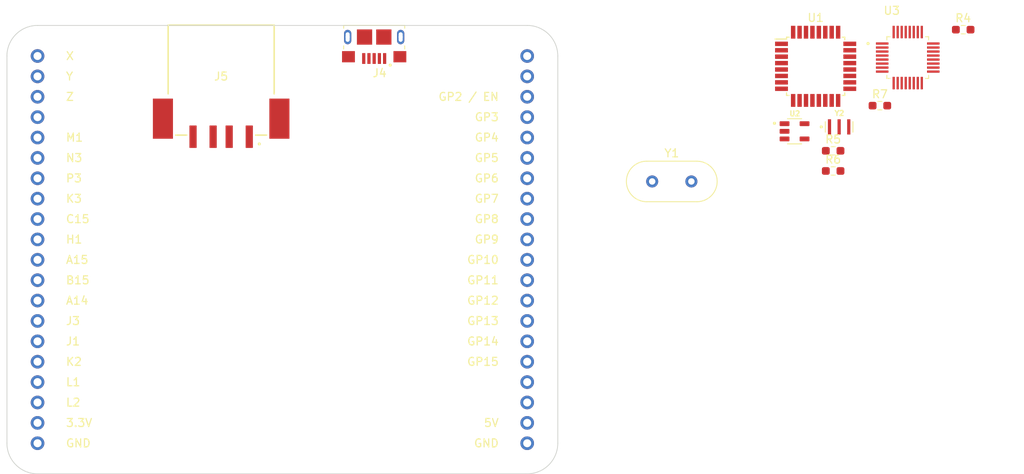
<source format=kicad_pcb>
(kicad_pcb (version 20211014) (generator pcbnew)
  (layers (0 "F.Cu" signal) (31 "B.Cu" signal) (34 "B.Paste" user) (35 "F.Paste" user) (36 "B.SilkS" user "B.Silkscreen") (37 "F.SilkS" user "F.Silkscreen") (38 "B.Mask" user) (39 "F.Mask" user) (44 "Edge.Cuts" user))
  (net 0 "")
  (net 1 "GND")
  (net 20 "3.3V")
  (net 21 "5V")
  (net 40 "VBUS_COMP")
  (net 41 "Net-(J4-Pad2)")
  (net 42 "Net-(J4-Pad3)")
  (net 44 "Net-(J4-PadS1)")
  (net 45 "VUSB")
  (net 46 "Net-(J5-Pad02)")
  (net 47 "Net-(J5-Pad03)")
  (net 48 "Net-(J5-PadS1)")
  (net 49 "D_MINUS")
  (net 50 "D_PLUS")
  (net 53 "VCC")
  (net 54 "Net-(U1-Pad7)")
  (net 55 "Net-(U1-Pad8)")
  (net 59 "H_RESN")
  (net 61 "H_SS")
  (net 62 "H_MOSI")
  (net 63 "H_MISO")
  (net 64 "H_SCK")
  (net 74 "AVR_RESET")
  (net 78 "VUSB_ON")
  (net 79 "FLAG")
  (net 88 "H_GPX")
  (net 89 "H_INT")
  (net 90 "X1")
  (net 91 "X0")
  (footprint "shield_rsrc:FCI_10118193-0001LF" (layer "F.Cu") (at 92.71 62.4078 180)
    (fp_text reference "J4" (at -0.67941 -4.48892) (layer "F.SilkS"))
    (fp_text value "10118193-0001LF")
    (fp_line (start -3.8 -1.5) (end -3.8 -1.1) (layer "F.SilkS") (width 0.127))
    (fp_line (start 3.8 1.1) (end 3.8 1.4) (layer "F.SilkS") (width 0.127))
    (fp_line (start -3.8 1.45) (end 3.8 1.45) (layer "F.SilkS") (width 0.127))
    (fp_line (start -3.8 1.1) (end -3.8 1.4) (layer "F.SilkS") (width 0.127))
    (fp_line (start 3.8 -1.1) (end 3.8 -1.5) (layer "F.SilkS") (width 0.127))
    (fp_circle (center -2 -3.5) (end -1.9 -3.5) (layer "F.SilkS") (width 0.2) (fill none))
    (pad "" np_thru_hole circle (at 3.3 0 180) (size 0.5 0.5) (drill 0.5) (layers *.Cu *.Mask))
    (pad "" np_thru_hole circle (at -3.3 0 180) (size 0.5 0.5) (drill 0.5) (layers *.Cu *.Mask))
    (pad "1" smd rect (at -1.3 -2.675 180) (size 0.4 1.35) (layers "F.Cu" "F.Paste" "F.Mask") (net 40 "VBUS_COMP"))
    (pad "2" smd rect (at -0.65 -2.675 180) (size 0.4 1.35) (layers "F.Cu" "F.Paste" "F.Mask") (net 41 "Net-(J4-Pad2)"))
    (pad "3" smd rect (at 0 -2.675 180) (size 0.4 1.35) (layers "F.Cu" "F.Paste" "F.Mask") (net 42 "Net-(J4-Pad3)"))
    (pad "4" smd rect (at 0.65 -2.675 180) (size 0.4 1.35) (layers "F.Cu" "F.Paste" "F.Mask"))
    (pad "5" smd rect (at 1.3 -2.675 180) (size 0.4 1.35) (layers "F.Cu" "F.Paste" "F.Mask") (net 1 "GND"))
    (pad "S1" smd rect (at -3.2 -2.45 180) (size 1.6 1.4) (layers "F.Cu" "F.Paste" "F.Mask") (net 44 "Net-(J4-PadS1)"))
    (pad "S2" smd rect (at 3.2 -2.45 180) (size 1.6 1.4) (layers "F.Cu" "F.Paste" "F.Mask") (net 44 "Net-(J4-PadS1)"))
    (pad "S3" smd rect (at 1.2 0 180) (size 1.9 1.9) (layers "F.Cu" "F.Paste" "F.Mask") (net 44 "Net-(J4-PadS1)"))
    (pad "S4" smd rect (at -1.2 0 180) (size 1.9 1.9) (layers "F.Cu" "F.Paste" "F.Mask") (net 44 "Net-(J4-PadS1)"))
    (pad "S5" thru_hole oval (at -3.3 0 180) (size 0.9 1.8) (drill oval 0.5 1.2) (layers *.Cu *.Mask) (net 44 "Net-(J4-PadS1)"))
    (pad "S6" thru_hole oval (at 3.3 0 180) (size 0.9 1.8) (drill oval 0.5 1.2) (layers *.Cu *.Mask) (net 44 "Net-(J4-PadS1)"))
  )
  (footprint "Package_QFP:TQFP-32_7x7mm_P0.8mm" (layer "F.Cu") (at 147.67 66.055)
    (fp_text reference "U1" (at 0 -6.05) (layer "F.SilkS"))
    (fp_text value "ATmega328P-A")
    (fp_line (start -3.625 3.625) (end -3.3 3.625) (layer "F.SilkS") (width 0.15))
    (fp_line (start -3.625 -3.4) (end -5.05 -3.4) (layer "F.SilkS") (width 0.15))
    (fp_line (start 3.625 3.625) (end 3.625 3.3) (layer "F.SilkS") (width 0.15))
    (fp_line (start -3.625 3.625) (end -3.625 3.3) (layer "F.SilkS") (width 0.15))
    (fp_line (start 3.625 -3.625) (end 3.625 -3.3) (layer "F.SilkS") (width 0.15))
    (fp_line (start -3.625 -3.625) (end -3.625 -3.4) (layer "F.SilkS") (width 0.15))
    (fp_line (start 3.625 3.625) (end 3.3 3.625) (layer "F.SilkS") (width 0.15))
    (fp_line (start 3.625 -3.625) (end 3.3 -3.625) (layer "F.SilkS") (width 0.15))
    (fp_line (start -3.625 -3.625) (end -3.3 -3.625) (layer "F.SilkS") (width 0.15))
    (pad "1" smd rect (at -4.25 -2.8) (size 1.6 0.55) (layers "F.Cu" "F.Paste" "F.Mask"))
    (pad "2" smd rect (at -4.25 -2) (size 1.6 0.55) (layers "F.Cu" "F.Paste" "F.Mask"))
    (pad "3" smd rect (at -4.25 -1.2) (size 1.6 0.55) (layers "F.Cu" "F.Paste" "F.Mask") (net 1 "GND"))
    (pad "4" smd rect (at -4.25 -0.4) (size 1.6 0.55) (layers "F.Cu" "F.Paste" "F.Mask") (net 53 "VCC"))
    (pad "5" smd rect (at -4.25 0.4) (size 1.6 0.55) (layers "F.Cu" "F.Paste" "F.Mask") (net 1 "GND"))
    (pad "6" smd rect (at -4.25 1.2) (size 1.6 0.55) (layers "F.Cu" "F.Paste" "F.Mask") (net 53 "VCC"))
    (pad "7" smd rect (at -4.25 2) (size 1.6 0.55) (layers "F.Cu" "F.Paste" "F.Mask") (net 54 "Net-(U1-Pad7)"))
    (pad "8" smd rect (at -4.25 2.8) (size 1.6 0.55) (layers "F.Cu" "F.Paste" "F.Mask") (net 55 "Net-(U1-Pad8)"))
    (pad "9" smd rect (at -2.8 4.25 90) (size 1.6 0.55) (layers "F.Cu" "F.Paste" "F.Mask"))
    (pad "10" smd rect (at -2 4.25 90) (size 1.6 0.55) (layers "F.Cu" "F.Paste" "F.Mask"))
    (pad "11" smd rect (at -1.2 4.25 90) (size 1.6 0.55) (layers "F.Cu" "F.Paste" "F.Mask"))
    (pad "12" smd rect (at -0.4 4.25 90) (size 1.6 0.55) (layers "F.Cu" "F.Paste" "F.Mask") (net 59 "H_RESN"))
    (pad "13" smd rect (at 0.4 4.25 90) (size 1.6 0.55) (layers "F.Cu" "F.Paste" "F.Mask"))
    (pad "14" smd rect (at 1.2 4.25 90) (size 1.6 0.55) (layers "F.Cu" "F.Paste" "F.Mask") (net 61 "H_SS"))
    (pad "15" smd rect (at 2 4.25 90) (size 1.6 0.55) (layers "F.Cu" "F.Paste" "F.Mask") (net 62 "H_MOSI"))
    (pad "16" smd rect (at 2.8 4.25 90) (size 1.6 0.55) (layers "F.Cu" "F.Paste" "F.Mask") (net 63 "H_MISO"))
    (pad "17" smd rect (at 4.25 2.8) (size 1.6 0.55) (layers "F.Cu" "F.Paste" "F.Mask") (net 64 "H_SCK"))
    (pad "18" smd rect (at 4.25 2) (size 1.6 0.55) (layers "F.Cu" "F.Paste" "F.Mask") (net 53 "VCC"))
    (pad "19" smd rect (at 4.25 1.2) (size 1.6 0.55) (layers "F.Cu" "F.Paste" "F.Mask"))
    (pad "20" smd rect (at 4.25 0.4) (size 1.6 0.55) (layers "F.Cu" "F.Paste" "F.Mask"))
    (pad "21" smd rect (at 4.25 -0.4) (size 1.6 0.55) (layers "F.Cu" "F.Paste" "F.Mask") (net 1 "GND"))
    (pad "22" smd rect (at 4.25 -1.2) (size 1.6 0.55) (layers "F.Cu" "F.Paste" "F.Mask"))
    (pad "23" smd rect (at 4.25 -2) (size 1.6 0.55) (layers "F.Cu" "F.Paste" "F.Mask"))
    (pad "24" smd rect (at 4.25 -2.8) (size 1.6 0.55) (layers "F.Cu" "F.Paste" "F.Mask"))
    (pad "25" smd rect (at 2.8 -4.25 90) (size 1.6 0.55) (layers "F.Cu" "F.Paste" "F.Mask"))
    (pad "26" smd rect (at 2 -4.25 90) (size 1.6 0.55) (layers "F.Cu" "F.Paste" "F.Mask"))
    (pad "27" smd rect (at 1.2 -4.25 90) (size 1.6 0.55) (layers "F.Cu" "F.Paste" "F.Mask"))
    (pad "28" smd rect (at 0.4 -4.25 90) (size 1.6 0.55) (layers "F.Cu" "F.Paste" "F.Mask"))
    (pad "29" smd rect (at -0.4 -4.25 90) (size 1.6 0.55) (layers "F.Cu" "F.Paste" "F.Mask") (net 74 "AVR_RESET"))
    (pad "30" smd rect (at -1.2 -4.25 90) (size 1.6 0.55) (layers "F.Cu" "F.Paste" "F.Mask"))
    (pad "31" smd rect (at -2 -4.25 90) (size 1.6 0.55) (layers "F.Cu" "F.Paste" "F.Mask"))
    (pad "32" smd rect (at -2.8 -4.25 90) (size 1.6 0.55) (layers "F.Cu" "F.Paste" "F.Mask"))
  )
  (footprint "Connector_PinHeader_2.54mm:PinHeader_1x20_P2.54mm_Vertical" (layer "F.Cu") (at 50.8 113.03 180)
    (fp_text reference "J1")
    (fp_text value "Conn_01x20")
    (pad "1" thru_hole circle (at 0 0 180) (size 1.7 1.7) (drill 1) (layers *.Cu *.Mask) (net 1 "GND"))
    (pad "2" thru_hole oval (at 0 2.54 180) (size 1.7 1.7) (drill 1) (layers *.Cu *.Mask) (net 20 "3.3V"))
    (pad "3" thru_hole oval (at 0 5.08 180) (size 1.7 1.7) (drill 1) (layers *.Cu *.Mask))
    (pad "4" thru_hole oval (at 0 7.62 180) (size 1.7 1.7) (drill 1) (layers *.Cu *.Mask))
    (pad "5" thru_hole oval (at 0 10.16 180) (size 1.7 1.7) (drill 1) (layers *.Cu *.Mask))
    (pad "6" thru_hole oval (at 0 12.7 180) (size 1.7 1.7) (drill 1) (layers *.Cu *.Mask))
    (pad "7" thru_hole oval (at 0 15.24 180) (size 1.7 1.7) (drill 1) (layers *.Cu *.Mask))
    (pad "8" thru_hole oval (at 0 17.78 180) (size 1.7 1.7) (drill 1) (layers *.Cu *.Mask))
    (pad "9" thru_hole oval (at 0 20.32 180) (size 1.7 1.7) (drill 1) (layers *.Cu *.Mask))
    (pad "10" thru_hole oval (at 0 22.86 180) (size 1.7 1.7) (drill 1) (layers *.Cu *.Mask))
    (pad "11" thru_hole oval (at 0 25.4 180) (size 1.7 1.7) (drill 1) (layers *.Cu *.Mask))
    (pad "12" thru_hole oval (at 0 27.94 180) (size 1.7 1.7) (drill 1) (layers *.Cu *.Mask))
    (pad "13" thru_hole oval (at 0 30.48 180) (size 1.7 1.7) (drill 1) (layers *.Cu *.Mask))
    (pad "14" thru_hole oval (at 0 33.02 180) (size 1.7 1.7) (drill 1) (layers *.Cu *.Mask))
    (pad "15" thru_hole oval (at 0 35.56 180) (size 1.7 1.7) (drill 1) (layers *.Cu *.Mask))
    (pad "16" thru_hole oval (at 0 38.1 180) (size 1.7 1.7) (drill 1) (layers *.Cu *.Mask))
    (pad "17" thru_hole oval (at 0 40.64 180) (size 1.7 1.7) (drill 1) (layers *.Cu *.Mask))
    (pad "18" thru_hole oval (at 0 43.18 180) (size 1.7 1.7) (drill 1) (layers *.Cu *.Mask))
    (pad "19" thru_hole oval (at 0 45.72 180) (size 1.7 1.7) (drill 1) (layers *.Cu *.Mask))
    (pad "20" thru_hole oval (at 0 48.26 180) (size 1.7 1.7) (drill 1) (layers *.Cu *.Mask))
  )
  (footprint "shield_rsrc:QFP50P700X700X120-32N" (layer "F.Cu") (at 159.135 64.965)
    (fp_text reference "U3" (at -1.985 -5.845) (layer "F.SilkS"))
    (fp_text value "MAX3421EEHJ+T")
    (fp_line (start 2.6 2.6) (end 2.21 2.6) (layer "F.SilkS") (width 0.127))
    (fp_line (start 2.6 2.6) (end 2.6 2.21) (layer "F.SilkS") (width 0.127))
    (fp_line (start 2.6 -2.6) (end 2.21 -2.6) (layer "F.SilkS") (width 0.127))
    (fp_line (start -2.6 -2.6) (end -2.6 -2.21) (layer "F.SilkS") (width 0.127))
    (fp_line (start -2.6 -2.6) (end -2.21 -2.6) (layer "F.SilkS") (width 0.127))
    (fp_line (start -2.6 2.6) (end -2.6 2.21) (layer "F.SilkS") (width 0.127))
    (fp_line (start -2.6 2.6) (end -2.21 2.6) (layer "F.SilkS") (width 0.127))
    (fp_line (start 2.6 -2.6) (end 2.6 -2.21) (layer "F.SilkS") (width 0.127))
    (fp_circle (center -4.94 -1.75) (end -4.84 -1.75) (layer "F.SilkS") (width 0.2) (fill none))
    (pad "1" smd roundrect (at -3.18 -1.75) (size 1.56 0.28) (layers "F.Cu" "F.Paste" "F.Mask") (roundrect_rratio 0.04))
    (pad "2" smd roundrect (at -3.18 -1.25) (size 1.56 0.28) (layers "F.Cu" "F.Paste" "F.Mask") (roundrect_rratio 0.04) (net 53 "VCC"))
    (pad "3" smd roundrect (at -3.18 -0.75) (size 1.56 0.28) (layers "F.Cu" "F.Paste" "F.Mask") (roundrect_rratio 0.04) (net 1 "GND"))
    (pad "4" smd roundrect (at -3.18 -0.25) (size 1.56 0.28) (layers "F.Cu" "F.Paste" "F.Mask") (roundrect_rratio 0.04))
    (pad "5" smd roundrect (at -3.18 0.25) (size 1.56 0.28) (layers "F.Cu" "F.Paste" "F.Mask") (roundrect_rratio 0.04))
    (pad "6" smd roundrect (at -3.18 0.75) (size 1.56 0.28) (layers "F.Cu" "F.Paste" "F.Mask") (roundrect_rratio 0.04))
    (pad "7" smd roundrect (at -3.18 1.25) (size 1.56 0.28) (layers "F.Cu" "F.Paste" "F.Mask") (roundrect_rratio 0.04))
    (pad "8" smd roundrect (at -3.18 1.75) (size 1.56 0.28) (layers "F.Cu" "F.Paste" "F.Mask") (roundrect_rratio 0.04))
    (pad "9" smd roundrect (at -1.75 3.18 90) (size 1.56 0.28) (layers "F.Cu" "F.Paste" "F.Mask") (roundrect_rratio 0.04))
    (pad "10" smd roundrect (at -1.25 3.18 90) (size 1.56 0.28) (layers "F.Cu" "F.Paste" "F.Mask") (roundrect_rratio 0.04))
    (pad "11" smd roundrect (at -0.75 3.18 90) (size 1.56 0.28) (layers "F.Cu" "F.Paste" "F.Mask") (roundrect_rratio 0.04) (net 78 "VUSB_ON"))
    (pad "12" smd roundrect (at -0.25 3.18 90) (size 1.56 0.28) (layers "F.Cu" "F.Paste" "F.Mask") (roundrect_rratio 0.04) (net 59 "H_RESN"))
    (pad "13" smd roundrect (at 0.25 3.18 90) (size 1.56 0.28) (layers "F.Cu" "F.Paste" "F.Mask") (roundrect_rratio 0.04) (net 64 "H_SCK"))
    (pad "14" smd roundrect (at 0.75 3.18 90) (size 1.56 0.28) (layers "F.Cu" "F.Paste" "F.Mask") (roundrect_rratio 0.04) (net 61 "H_SS"))
    (pad "15" smd roundrect (at 1.25 3.18 90) (size 1.56 0.28) (layers "F.Cu" "F.Paste" "F.Mask") (roundrect_rratio 0.04) (net 63 "H_MISO"))
    (pad "16" smd roundrect (at 1.75 3.18 90) (size 1.56 0.28) (layers "F.Cu" "F.Paste" "F.Mask") (roundrect_rratio 0.04) (net 62 "H_MOSI"))
    (pad "17" smd roundrect (at 3.18 1.75) (size 1.56 0.28) (layers "F.Cu" "F.Paste" "F.Mask") (roundrect_rratio 0.04) (net 88 "H_GPX"))
    (pad "18" smd roundrect (at 3.18 1.25) (size 1.56 0.28) (layers "F.Cu" "F.Paste" "F.Mask") (roundrect_rratio 0.04) (net 89 "H_INT"))
    (pad "19" smd roundrect (at 3.18 0.75) (size 1.56 0.28) (layers "F.Cu" "F.Paste" "F.Mask") (roundrect_rratio 0.04) (net 1 "GND"))
    (pad "20" smd roundrect (at 3.18 0.25) (size 1.56 0.28) (layers "F.Cu" "F.Paste" "F.Mask") (roundrect_rratio 0.04) (net 49 "D_MINUS"))
    (pad "21" smd roundrect (at 3.18 -0.25) (size 1.56 0.28) (layers "F.Cu" "F.Paste" "F.Mask") (roundrect_rratio 0.04) (net 50 "D_PLUS"))
    (pad "22" smd roundrect (at 3.18 -0.75) (size 1.56 0.28) (layers "F.Cu" "F.Paste" "F.Mask") (roundrect_rratio 0.04) (net 40 "VBUS_COMP"))
    (pad "23" smd roundrect (at 3.18 -1.25) (size 1.56 0.28) (layers "F.Cu" "F.Paste" "F.Mask") (roundrect_rratio 0.04) (net 53 "VCC"))
    (pad "24" smd roundrect (at 3.18 -1.75) (size 1.56 0.28) (layers "F.Cu" "F.Paste" "F.Mask") (roundrect_rratio 0.04) (net 90 "X1"))
    (pad "25" smd roundrect (at 1.75 -3.18 90) (size 1.56 0.28) (layers "F.Cu" "F.Paste" "F.Mask") (roundrect_rratio 0.04) (net 91 "X0"))
    (pad "26" smd roundrect (at 1.25 -3.18 90) (size 1.56 0.28) (layers "F.Cu" "F.Paste" "F.Mask") (roundrect_rratio 0.04) (net 79 "FLAG"))
    (pad "27" smd roundrect (at 0.75 -3.18 90) (size 1.56 0.28) (layers "F.Cu" "F.Paste" "F.Mask") (roundrect_rratio 0.04))
    (pad "28" smd roundrect (at 0.25 -3.18 90) (size 1.56 0.28) (layers "F.Cu" "F.Paste" "F.Mask") (roundrect_rratio 0.04))
    (pad "29" smd roundrect (at -0.25 -3.18 90) (size 1.56 0.28) (layers "F.Cu" "F.Paste" "F.Mask") (roundrect_rratio 0.04))
    (pad "30" smd roundrect (at -0.75 -3.18 90) (size 1.56 0.28) (layers "F.Cu" "F.Paste" "F.Mask") (roundrect_rratio 0.04))
    (pad "31" smd roundrect (at -1.25 -3.18 90) (size 1.56 0.28) (layers "F.Cu" "F.Paste" "F.Mask") (roundrect_rratio 0.04))
    (pad "32" smd roundrect (at -1.75 -3.18 90) (size 1.56 0.28) (layers "F.Cu" "F.Paste" "F.Mask") (roundrect_rratio 0.04))
  )
  (footprint "Connector_PinHeader_2.54mm:PinHeader_1x20_P2.54mm_Vertical" (layer "F.Cu") (at 111.76 113.03 180)
    (fp_text reference "J2")
    (fp_text value "Conn_01x20")
    (pad "1" thru_hole circle (at -0.000003 0 180) (size 1.7 1.7) (drill 1) (layers *.Cu *.Mask) (net 1 "GND"))
    (pad "2" thru_hole oval (at 0 2.54 180) (size 1.7 1.7) (drill 1) (layers *.Cu *.Mask) (net 21 "5V"))
    (pad "3" thru_hole oval (at 0 5.08 180) (size 1.7 1.7) (drill 1) (layers *.Cu *.Mask))
    (pad "4" thru_hole oval (at 0 7.62 180) (size 1.7 1.7) (drill 1) (layers *.Cu *.Mask))
    (pad "5" thru_hole oval (at 0 10.16 180) (size 1.7 1.7) (drill 1) (layers *.Cu *.Mask))
    (pad "6" thru_hole oval (at 0 12.7 180) (size 1.7 1.7) (drill 1) (layers *.Cu *.Mask))
    (pad "7" thru_hole oval (at 0 15.24 180) (size 1.7 1.7) (drill 1) (layers *.Cu *.Mask))
    (pad "8" thru_hole oval (at 0 17.78 180) (size 1.7 1.7) (drill 1) (layers *.Cu *.Mask))
    (pad "9" thru_hole oval (at 0 20.32 180) (size 1.7 1.7) (drill 1) (layers *.Cu *.Mask))
    (pad "10" thru_hole oval (at 0 22.86 180) (size 1.7 1.7) (drill 1) (layers *.Cu *.Mask))
    (pad "11" thru_hole oval (at 0 25.4 180) (size 1.7 1.7) (drill 1) (layers *.Cu *.Mask))
    (pad "12" thru_hole oval (at 0 27.94 180) (size 1.7 1.7) (drill 1) (layers *.Cu *.Mask))
    (pad "13" thru_hole oval (at 0 30.48 180) (size 1.7 1.7) (drill 1) (layers *.Cu *.Mask))
    (pad "14" thru_hole oval (at 0 33.02 180) (size 1.7 1.7) (drill 1) (layers *.Cu *.Mask))
    (pad "15" thru_hole oval (at 0 35.56 180) (size 1.7 1.7) (drill 1) (layers *.Cu *.Mask))
    (pad "16" thru_hole oval (at 0 38.1 180) (size 1.7 1.7) (drill 1) (layers *.Cu *.Mask))
    (pad "17" thru_hole oval (at 0 40.64 180) (size 1.7 1.7) (drill 1) (layers *.Cu *.Mask))
    (pad "18" thru_hole oval (at 0 43.18 180) (size 1.7 1.7) (drill 1) (layers *.Cu *.Mask))
    (pad "19" thru_hole oval (at 0 45.72 180) (size 1.7 1.7) (drill 1) (layers *.Cu *.Mask))
    (pad "20" thru_hole oval (at 0 48.26 180) (size 1.7 1.7) (drill 1) (layers *.Cu *.Mask))
  )
  (footprint "Resistor_SMD:R_0603_1608Metric_Pad0.98x0.95mm_HandSolder" (layer "F.Cu") (at 166.04 61.485)
    (fp_text reference "R4" (at 0 -1.43) (layer "F.SilkS"))
    (fp_text value "33R")
    (fp_line (start -0.254724 -0.5225) (end 0.254724 -0.5225) (layer "F.SilkS") (width 0.12))
    (fp_line (start -0.254724 0.5225) (end 0.254724 0.5225) (layer "F.SilkS") (width 0.12))
    (pad "1" smd roundrect (at -0.9125 0) (size 0.975 0.95) (layers "F.Cu" "F.Paste" "F.Mask") (net 49 "D_MINUS"))
    (pad "2" smd roundrect (at 0.9125 0) (size 0.975 0.95) (layers "F.Cu" "F.Paste" "F.Mask") (net 46 "Net-(J5-Pad02)"))
  )
  (footprint "Resistor_SMD:R_0603_1608Metric_Pad0.98x0.95mm_HandSolder" (layer "F.Cu") (at 155.67 70.955)
    (fp_text reference "R7" (at 0 -1.43) (layer "F.SilkS"))
    (fp_text value "33R")
    (fp_line (start -0.254724 0.5225) (end 0.254724 0.5225) (layer "F.SilkS") (width 0.12))
    (fp_line (start -0.254724 -0.5225) (end 0.254724 -0.5225) (layer "F.SilkS") (width 0.12))
    (pad "1" smd roundrect (at -0.9125 0) (size 0.975 0.95) (layers "F.Cu" "F.Paste" "F.Mask") (net 50 "D_PLUS"))
    (pad "2" smd roundrect (at 0.9125 0) (size 0.975 0.95) (layers "F.Cu" "F.Paste" "F.Mask") (net 42 "Net-(J4-Pad3)"))
  )
  (footprint "Crystal:Crystal_HC49-U_Vertical" (layer "F.Cu") (at 127.32 80.405)
    (fp_text reference "Y1" (at 2.44 -3.525) (layer "F.SilkS"))
    (fp_text value "Crystal")
    (fp_line (start -0.685 2.525) (end 5.565 2.525) (layer "F.SilkS") (width 0.12))
    (fp_line (start -0.685 -2.525) (end 5.565 -2.525) (layer "F.SilkS") (width 0.12))
    (fp_arc (start -0.685 2.525) (mid -3.21 0) (end -0.685 -2.525) (layer "F.SilkS") (width 0.12))
    (fp_arc (start 5.565 -2.525) (mid 8.09 0) (end 5.565 2.525) (layer "F.SilkS") (width 0.12))
    (pad "1" thru_hole circle (at 0 0) (size 1.5 1.5) (drill 0.8) (layers *.Cu *.Mask) (net 55 "Net-(U1-Pad8)"))
    (pad "2" thru_hole circle (at 4.88 0) (size 1.5 1.5) (drill 0.8) (layers *.Cu *.Mask) (net 54 "Net-(U1-Pad7)"))
  )
  (footprint "shield_rsrc:OSC_CSTNE12M0G550000R0" (layer "F.Cu") (at 150.595 73.605)
    (fp_text reference "Y2" (at 0.032 -1.7064) (layer "F.SilkS") (effects (font (size 0.64 0.64))))
    (fp_text value "CSTNE12M0G550000R0")
    (fp_line (start -1.72 -0.65) (end -1.72 0.65) (layer "F.SilkS") (width 0.127))
    (fp_line (start 1.72 -0.65) (end 1.72 0.65) (layer "F.SilkS") (width 0.127))
    (fp_circle (center -2.22 0) (end -2.12 0) (layer "F.SilkS") (width 0.2) (fill none))
    (pad "1" smd rect (at -1.2 0) (size 0.4 1.9) (layers "F.Cu" "F.Paste" "F.Mask") (net 90 "X1"))
    (pad "2" smd rect (at 0 0) (size 0.4 1.9) (layers "F.Cu" "F.Paste" "F.Mask") (net 1 "GND"))
    (pad "3" smd rect (at 1.2 0) (size 0.4 1.9) (layers "F.Cu" "F.Paste" "F.Mask") (net 91 "X0"))
  )
  (footprint "shield_rsrc:SOT95P280X145-5N" (layer "F.Cu") (at 145.045 74.155)
    (fp_text reference "U2" (at 0.032 -2.2064) (layer "F.SilkS") (effects (font (size 0.64 0.64))))
    (fp_text value "MAX4793EUKT")
    (fp_line (start -0.88 1.57) (end 0.88 1.57) (layer "F.SilkS") (width 0.127))
    (fp_line (start -0.88 -1.57) (end 0.88 -1.57) (layer "F.SilkS") (width 0.127))
    (fp_circle (center -2.5 -1) (end -2.4 -1) (layer "F.SilkS") (width 0.2) (fill none))
    (pad "1" smd roundrect (at -1.245 -0.95) (size 1.22 0.6) (layers "F.Cu" "F.Paste" "F.Mask") (roundrect_rratio 0.15) (net 21 "5V"))
    (pad "2" smd roundrect (at -1.245 0) (size 1.22 0.6) (layers "F.Cu" "F.Paste" "F.Mask") (roundrect_rratio 0.15) (net 1 "GND"))
    (pad "3" smd roundrect (at -1.245 0.95) (size 1.22 0.6) (layers "F.Cu" "F.Paste" "F.Mask") (roundrect_rratio 0.15) (net 78 "VUSB_ON"))
    (pad "4" smd roundrect (at 1.245 0.95) (size 1.22 0.6) (layers "F.Cu" "F.Paste" "F.Mask") (roundrect_rratio 0.15) (net 79 "FLAG"))
    (pad "5" smd roundrect (at 1.245 -0.95) (size 1.22 0.6) (layers "F.Cu" "F.Paste" "F.Mask") (roundrect_rratio 0.15) (net 45 "VUSB"))
  )
  (footprint "Resistor_SMD:R_0603_1608Metric_Pad0.98x0.95mm_HandSolder" (layer "F.Cu") (at 149.85 79.095)
    (fp_text reference "R6" (at 0 -1.43) (layer "F.SilkS"))
    (fp_text value "33R")
    (fp_line (start -0.254724 0.5225) (end 0.254724 0.5225) (layer "F.SilkS") (width 0.12))
    (fp_line (start -0.254724 -0.5225) (end 0.254724 -0.5225) (layer "F.SilkS") (width 0.12))
    (pad "1" smd roundrect (at -0.9125 0) (size 0.975 0.95) (layers "F.Cu" "F.Paste" "F.Mask") (net 49 "D_MINUS"))
    (pad "2" smd roundrect (at 0.9125 0) (size 0.975 0.95) (layers "F.Cu" "F.Paste" "F.Mask") (net 41 "Net-(J4-Pad2)"))
  )
  (footprint "Resistor_SMD:R_0603_1608Metric_Pad0.98x0.95mm_HandSolder" (layer "F.Cu") (at 149.85 76.585)
    (fp_text reference "R5" (at 0 -1.43) (layer "F.SilkS"))
    (fp_text value "33R")
    (fp_line (start -0.254724 -0.5225) (end 0.254724 -0.5225) (layer "F.SilkS") (width 0.12))
    (fp_line (start -0.254724 0.5225) (end 0.254724 0.5225) (layer "F.SilkS") (width 0.12))
    (pad "1" smd roundrect (at -0.9125 0) (size 0.975 0.95) (layers "F.Cu" "F.Paste" "F.Mask") (net 50 "D_PLUS"))
    (pad "2" smd roundrect (at 0.9125 0) (size 0.975 0.95) (layers "F.Cu" "F.Paste" "F.Mask") (net 47 "Net-(J5-Pad03)"))
  )
  (footprint "shield_rsrc:SAMTEC_USB-A-S-X-X-SM2" (layer "F.Cu") (at 73.66 70.98 180)
    (fp_text reference "J5" (at 0 3.67) (layer "F.SilkS"))
    (fp_text value "USB-A-S-X-X-SM2")
    (fp_line (start -5.65 -3.65) (end -4.3 -3.65) (layer "F.SilkS") (width 0.2))
    (fp_line (start -6.6 10.05) (end -6.6 1.5) (layer "F.SilkS") (width 0.2))
    (fp_line (start 4.3 -3.65) (end 5.65 -3.65) (layer "F.SilkS") (width 0.2))
    (fp_line (start 6.6 10.05) (end -6.6 10.05) (layer "F.SilkS") (width 0.2))
    (fp_line (start 6.6 1.5) (end 6.6 10.05) (layer "F.SilkS") (width 0.2))
    (fp_circle (center -4.75 -4.75) (end -4.65 -4.75) (layer "F.SilkS") (width 0.2) (fill none))
    (pad "" np_thru_hole circle (at -2.5 0 180) (size 1.3 1.3) (drill 1.3) (layers *.Cu *.Mask))
    (pad "" np_thru_hole circle (at 2.5 0 180) (size 1.3 1.3) (drill 1.3) (layers *.Cu *.Mask))
    (pad "01" smd roundrect (at -3.5 -3.85 180) (size 0.9 2.8) (layers "F.Cu" "F.Paste" "F.Mask") (roundrect_rratio 0.06) (net 45 "VUSB"))
    (pad "02" smd roundrect (at -1 -3.85 180) (size 0.9 2.8) (layers "F.Cu" "F.Paste" "F.Mask") (roundrect_rratio 0.06) (net 46 "Net-(J5-Pad02)"))
    (pad "03" smd roundrect (at 1 -3.85 180) (size 0.9 2.8) (layers "F.Cu" "F.Paste" "F.Mask") (roundrect_rratio 0.06) (net 47 "Net-(J5-Pad03)"))
    (pad "04" smd roundrect (at 3.5 -3.85 180) (size 0.9 2.8) (layers "F.Cu" "F.Paste" "F.Mask") (roundrect_rratio 0.06) (net 1 "GND"))
    (pad "S1" smd rect (at -7.25 -1.6 180) (size 2.5 5) (layers "F.Cu" "F.Paste" "F.Mask") (net 48 "Net-(J5-PadS1)"))
    (pad "S2" smd rect (at 7.25 -1.6 180) (size 2.5 5) (layers "F.Cu" "F.Paste" "F.Mask") (net 48 "Net-(J5-PadS1)"))
  )
  (gr_line (start 50.8 60.96) (end 111.76 60.96) (layer "Edge.Cuts") (width 0.1))
  (gr_arc (start 46.99 64.77) (mid 48.105923 62.075923) (end 50.8 60.96) (layer "Edge.Cuts") (width 0.1))
  (gr_line (start 46.99 113.03) (end 46.99 64.77) (layer "Edge.Cuts") (width 0.1))
  (gr_line (start 111.76 116.84) (end 50.8 116.84) (layer "Edge.Cuts") (width 0.1))
  (gr_line (start 115.57 64.77) (end 115.57 113.03) (layer "Edge.Cuts") (width 0.1))
  (gr_arc (start 111.76 60.96) (mid 114.454077 62.075923) (end 115.57 64.77) (layer "Edge.Cuts") (width 0.1))
  (gr_arc (start 50.8 116.84) (mid 48.105923 115.724077) (end 46.99 113.03) (layer "Edge.Cuts") (width 0.1))
  (gr_arc (start 115.57 113.03) (mid 114.454077 115.724077) (end 111.76 116.84) (layer "Edge.Cuts") (width 0.1))
  (gr_text "B15" (at 55.808572 92.71) (layer "F.SilkS") (effects (font (size 1 1))))
  (gr_text "5V" (at 107.299048 110.49) (layer "F.SilkS") (effects (font (size 1 1))))
  (gr_text "L2" (at 55.237143 107.95) (layer "F.SilkS") (effects (font (size 1 1))))
  (gr_text "J1" (at 55.213334 100.33) (layer "F.SilkS") (effects (font (size 1 1))))
  (gr_text "GP6" (at 106.727619 80.01) (layer "F.SilkS") (effects (font (size 1 1))))
  (gr_text "K3" (at 55.332381 82.55) (layer "F.SilkS") (effects (font (size 1 1))))
  (gr_text "N3" (at 55.356191 77.47) (layer "F.SilkS") (effects (font (size 1 1))))
  (gr_text "GP2 / EN" (at 104.465715 69.85) (layer "F.SilkS") (effects (font (size 1 1))))
  (gr_text "M1" (at 55.40381 74.93) (layer "F.SilkS") (effects (font (size 1 1))))
  (gr_text "GP12" (at 106.251429 95.25) (layer "F.SilkS") (effects (font (size 1 1))))
  (gr_text "A14" (at 55.737143 95.25) (layer "F.SilkS") (effects (font (size 1 1))))
  (gr_text "Y" (at 54.784762 67.31) (layer "F.SilkS") (effects (font (size 1 1))))
  (gr_text "GP10" (at 106.251429 90.17) (layer "F.SilkS") (effects (font (size 1 1))))
  (gr_text "GP13" (at 106.251429 97.79) (layer "F.SilkS") (effects (font (size 1 1))))
  (gr_text "GP14" (at 106.251429 100.33) (layer "F.SilkS") (effects (font (size 1 1))))
  (gr_text "GP15" (at 106.251429 102.87) (layer "F.SilkS") (effects (font (size 1 1))))
  (gr_text "J3" (at 55.213334 97.79) (layer "F.SilkS") (effects (font (size 1 1))))
  (gr_text "GP5" (at 106.727619 77.47) (layer "F.SilkS") (effects (font (size 1 1))))
  (gr_text "GND" (at 55.88 113.03) (layer "F.SilkS") (effects (font (size 1 1))))
  (gr_text "GP8" (at 106.727619 85.09) (layer "F.SilkS") (effects (font (size 1 1))))
  (gr_text "K2" (at 55.332381 102.87) (layer "F.SilkS") (effects (font (size 1 1))))
  (gr_text "3.3V" (at 55.975238 110.49) (layer "F.SilkS") (effects (font (size 1 1))))
  (gr_text "P3" (at 55.332381 80.01) (layer "F.SilkS") (effects (font (size 1 1))))
  (gr_text "H1" (at 55.356191 87.63) (layer "F.SilkS") (effects (font (size 1 1))))
  (gr_text "GP4" (at 106.727619 74.93) (layer "F.SilkS") (effects (font (size 1 1))))
  (gr_text "C15" (at 55.808572 85.09) (layer "F.SilkS") (effects (font (size 1 1))))
  (gr_text "GP11" (at 106.251429 92.71) (layer "F.SilkS") (effects (font (size 1 1))))
  (gr_text "GND" (at 106.68 113.03) (layer "F.SilkS") (effects (font (size 1 1))))
  (gr_text "X" (at 54.832381 64.77) (layer "F.SilkS") (effects (font (size 1 1))))
  (gr_text "L1" (at 55.237143 105.41) (layer "F.SilkS") (effects (font (size 1 1))))
  (gr_text "GP3" (at 106.727619 72.39) (layer "F.SilkS") (effects (font (size 1 1))))
  (gr_text "GP7" (at 106.727619 82.55) (layer "F.SilkS") (effects (font (size 1 1))))
  (gr_text "GP9" (at 106.727619 87.63) (layer "F.SilkS") (effects (font (size 1 1))))
  (gr_text "A15" (at 55.737143 90.17) (layer "F.SilkS") (effects (font (size 1 1))))
  (gr_text "Z" (at 54.832381 69.85) (layer "F.SilkS") (effects (font (size 1 1))))
)
</source>
